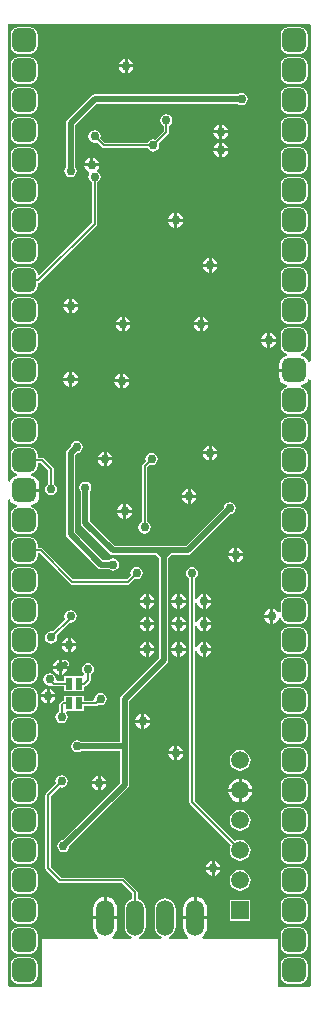
<source format=gbl>
G04 Layer_Physical_Order=2*
G04 Layer_Color=11436288*
%FSLAX24Y24*%
%MOIN*%
G70*
G01*
G75*
%ADD23C,0.0070*%
%ADD24C,0.0200*%
%ADD26C,0.0080*%
%ADD28C,0.0591*%
%ADD29R,0.0591X0.0591*%
%ADD30O,0.0591X0.1200*%
G04:AMPARAMS|DCode=31|XSize=78.7mil|YSize=78.7mil|CornerRadius=19.7mil|HoleSize=0mil|Usage=FLASHONLY|Rotation=0.000|XOffset=0mil|YOffset=0mil|HoleType=Round|Shape=RoundedRectangle|*
%AMROUNDEDRECTD31*
21,1,0.0787,0.0394,0,0,0.0*
21,1,0.0394,0.0787,0,0,0.0*
1,1,0.0394,0.0197,-0.0197*
1,1,0.0394,-0.0197,-0.0197*
1,1,0.0394,-0.0197,0.0197*
1,1,0.0394,0.0197,0.0197*
%
%ADD31ROUNDEDRECTD31*%
%ADD32C,0.0300*%
%ADD33R,0.0200X0.0400*%
G36*
X30300Y48300D02*
X30300Y37103D01*
X30230Y37089D01*
X30206Y37147D01*
X30159Y37209D01*
X30097Y37256D01*
X30024Y37286D01*
X29996Y37290D01*
X29993Y37361D01*
X30043Y37371D01*
X30125Y37425D01*
X30179Y37507D01*
X30199Y37603D01*
Y37997D01*
X30179Y38093D01*
X30125Y38175D01*
X30043Y38229D01*
X29947Y38249D01*
X29553D01*
X29457Y38229D01*
X29375Y38175D01*
X29321Y38093D01*
X29301Y37997D01*
Y37603D01*
X29321Y37507D01*
X29375Y37425D01*
X29457Y37371D01*
X29507Y37361D01*
X29504Y37290D01*
X29476Y37286D01*
X29403Y37256D01*
X29341Y37209D01*
X29294Y37147D01*
X29264Y37074D01*
X29254Y36997D01*
Y36850D01*
X29750D01*
Y36750D01*
X29254D01*
Y36603D01*
X29264Y36526D01*
X29294Y36453D01*
X29341Y36391D01*
X29403Y36344D01*
X29476Y36314D01*
X29504Y36310D01*
X29507Y36239D01*
X29457Y36229D01*
X29375Y36175D01*
X29321Y36093D01*
X29301Y35997D01*
Y35603D01*
X29321Y35507D01*
X29375Y35425D01*
X29457Y35371D01*
X29553Y35351D01*
X29947D01*
X30043Y35371D01*
X30125Y35425D01*
X30179Y35507D01*
X30199Y35603D01*
Y35997D01*
X30179Y36093D01*
X30125Y36175D01*
X30043Y36229D01*
X29993Y36239D01*
X29996Y36310D01*
X30024Y36314D01*
X30097Y36344D01*
X30159Y36391D01*
X30206Y36453D01*
X30230Y36511D01*
X30300Y36497D01*
X30300Y16300D01*
X30250Y16250D01*
X29200Y16250D01*
X29200Y17850D01*
X26699D01*
X26675Y17920D01*
X26732Y17963D01*
X26795Y18046D01*
X26835Y18142D01*
X26849Y18245D01*
Y18500D01*
X26051D01*
Y18245D01*
X26065Y18142D01*
X26105Y18046D01*
X26168Y17963D01*
X26225Y17920D01*
X26201Y17850D01*
X25581D01*
X25567Y17920D01*
X25624Y17944D01*
X25696Y17999D01*
X25752Y18071D01*
X25786Y18155D01*
X25798Y18245D01*
Y18855D01*
X25786Y18945D01*
X25752Y19029D01*
X25696Y19101D01*
X25624Y19156D01*
X25540Y19191D01*
X25450Y19203D01*
X25360Y19191D01*
X25276Y19156D01*
X25204Y19101D01*
X25148Y19029D01*
X25114Y18945D01*
X25102Y18855D01*
Y18245D01*
X25114Y18155D01*
X25148Y18071D01*
X25204Y17999D01*
X25276Y17944D01*
X25333Y17920D01*
X25319Y17850D01*
X24581D01*
X24567Y17920D01*
X24624Y17944D01*
X24696Y17999D01*
X24752Y18071D01*
X24786Y18155D01*
X24798Y18245D01*
Y18855D01*
X24786Y18945D01*
X24752Y19029D01*
X24696Y19101D01*
X24624Y19156D01*
X24540Y19191D01*
X24537Y19192D01*
Y19400D01*
X24531Y19428D01*
X24530Y19433D01*
X24511Y19461D01*
X24111Y19861D01*
X24083Y19880D01*
X24050Y19887D01*
X21986D01*
X21637Y20236D01*
Y22614D01*
X21932Y22910D01*
X22000Y22896D01*
X22078Y22912D01*
X22144Y22956D01*
X22188Y23022D01*
X22204Y23100D01*
X22188Y23178D01*
X22144Y23244D01*
X22078Y23288D01*
X22000Y23304D01*
X21922Y23288D01*
X21856Y23244D01*
X21812Y23178D01*
X21796Y23100D01*
X21810Y23032D01*
X21489Y22711D01*
X21470Y22683D01*
X21463Y22650D01*
Y20200D01*
X21470Y20167D01*
X21489Y20139D01*
X21889Y19739D01*
X21917Y19720D01*
X21922Y19719D01*
X21950Y19713D01*
X24014D01*
X24363Y19364D01*
Y19192D01*
X24360Y19191D01*
X24276Y19156D01*
X24204Y19101D01*
X24148Y19029D01*
X24114Y18945D01*
X24102Y18855D01*
Y18245D01*
X24114Y18155D01*
X24148Y18071D01*
X24204Y17999D01*
X24276Y17944D01*
X24333Y17920D01*
X24319Y17850D01*
X23699D01*
X23675Y17920D01*
X23732Y17963D01*
X23795Y18046D01*
X23835Y18142D01*
X23849Y18245D01*
Y18500D01*
X23051D01*
Y18245D01*
X23065Y18142D01*
X23105Y18046D01*
X23168Y17963D01*
X23225Y17920D01*
X23201Y17850D01*
X21350D01*
X21350Y16250D01*
X20250Y16250D01*
X20200Y16300D01*
X20200Y32497D01*
X20270Y32511D01*
X20294Y32453D01*
X20341Y32391D01*
X20403Y32344D01*
X20476Y32314D01*
X20504Y32310D01*
X20507Y32239D01*
X20457Y32229D01*
X20375Y32175D01*
X20321Y32093D01*
X20301Y31997D01*
Y31603D01*
X20321Y31507D01*
X20375Y31425D01*
X20457Y31371D01*
X20553Y31351D01*
X20947D01*
X21043Y31371D01*
X21125Y31425D01*
X21179Y31507D01*
X21199Y31603D01*
Y31997D01*
X21179Y32093D01*
X21125Y32175D01*
X21043Y32229D01*
X20993Y32239D01*
X20996Y32310D01*
X21024Y32314D01*
X21097Y32344D01*
X21159Y32391D01*
X21206Y32453D01*
X21236Y32526D01*
X21246Y32603D01*
Y32750D01*
X20750D01*
Y32850D01*
X21246D01*
Y32997D01*
X21236Y33074D01*
X21206Y33147D01*
X21159Y33209D01*
X21097Y33256D01*
X21024Y33286D01*
X20996Y33290D01*
X20993Y33361D01*
X21043Y33371D01*
X21125Y33425D01*
X21179Y33507D01*
X21199Y33603D01*
Y33708D01*
X21312D01*
X21558Y33462D01*
Y33029D01*
X21506Y32994D01*
X21462Y32928D01*
X21446Y32850D01*
X21462Y32772D01*
X21506Y32706D01*
X21572Y32662D01*
X21650Y32646D01*
X21728Y32662D01*
X21794Y32706D01*
X21838Y32772D01*
X21854Y32850D01*
X21838Y32928D01*
X21794Y32994D01*
X21742Y33029D01*
Y33500D01*
X21735Y33535D01*
X21715Y33565D01*
X21415Y33865D01*
X21385Y33885D01*
X21350Y33892D01*
X21199D01*
Y33997D01*
X21179Y34093D01*
X21125Y34175D01*
X21043Y34229D01*
X20947Y34249D01*
X20553D01*
X20457Y34229D01*
X20375Y34175D01*
X20321Y34093D01*
X20301Y33997D01*
Y33603D01*
X20321Y33507D01*
X20375Y33425D01*
X20457Y33371D01*
X20507Y33361D01*
X20504Y33290D01*
X20476Y33286D01*
X20403Y33256D01*
X20341Y33209D01*
X20294Y33147D01*
X20270Y33089D01*
X20200Y33103D01*
Y48350D01*
X30250Y48350D01*
X30300Y48300D01*
D02*
G37*
%LPC*%
G36*
X29947Y28249D02*
X29553D01*
X29457Y28229D01*
X29375Y28175D01*
X29321Y28093D01*
X29301Y27997D01*
Y27603D01*
X29321Y27507D01*
X29375Y27425D01*
X29457Y27371D01*
X29553Y27351D01*
X29947D01*
X30043Y27371D01*
X30125Y27425D01*
X30179Y27507D01*
X30199Y27603D01*
Y27997D01*
X30179Y28093D01*
X30125Y28175D01*
X30043Y28229D01*
X29947Y28249D01*
D02*
G37*
G36*
X22200Y27600D02*
X22005D01*
X22015Y27552D01*
X22070Y27470D01*
X22152Y27415D01*
X22200Y27405D01*
Y27600D01*
D02*
G37*
G36*
X26145Y27450D02*
X25950D01*
Y27255D01*
X25998Y27264D01*
X26080Y27320D01*
X26135Y27402D01*
X26145Y27450D01*
D02*
G37*
G36*
X26995D02*
X26800D01*
Y27255D01*
X26848Y27264D01*
X26930Y27320D01*
X26985Y27402D01*
X26995Y27450D01*
D02*
G37*
G36*
X20947Y28249D02*
X20553D01*
X20457Y28229D01*
X20375Y28175D01*
X20321Y28093D01*
X20301Y27997D01*
Y27603D01*
X20321Y27507D01*
X20375Y27425D01*
X20457Y27371D01*
X20553Y27351D01*
X20947D01*
X21043Y27371D01*
X21125Y27425D01*
X21179Y27507D01*
X21199Y27603D01*
Y27997D01*
X21179Y28093D01*
X21125Y28175D01*
X21043Y28229D01*
X20947Y28249D01*
D02*
G37*
G36*
X22495Y27600D02*
X22300D01*
Y27405D01*
X22348Y27415D01*
X22430Y27470D01*
X22485Y27552D01*
X22495Y27600D01*
D02*
G37*
G36*
X25950Y27745D02*
Y27550D01*
X26145D01*
X26135Y27598D01*
X26080Y27680D01*
X25998Y27736D01*
X25950Y27745D01*
D02*
G37*
G36*
X26800D02*
Y27550D01*
X26995D01*
X26985Y27598D01*
X26930Y27680D01*
X26848Y27736D01*
X26800Y27745D01*
D02*
G37*
G36*
X22200Y27895D02*
X22152Y27885D01*
X22070Y27830D01*
X22015Y27748D01*
X22005Y27700D01*
X22200D01*
Y27895D01*
D02*
G37*
G36*
X24800Y27745D02*
X24752Y27736D01*
X24670Y27680D01*
X24615Y27598D01*
X24605Y27550D01*
X24800D01*
Y27745D01*
D02*
G37*
G36*
X24900D02*
Y27550D01*
X25095D01*
X25085Y27598D01*
X25030Y27680D01*
X24948Y27736D01*
X24900Y27745D01*
D02*
G37*
G36*
X25850D02*
X25802Y27736D01*
X25720Y27680D01*
X25665Y27598D01*
X25655Y27550D01*
X25850D01*
Y27745D01*
D02*
G37*
G36*
X29947Y27249D02*
X29553D01*
X29457Y27229D01*
X29375Y27175D01*
X29321Y27093D01*
X29301Y26997D01*
Y26603D01*
X29321Y26507D01*
X29375Y26425D01*
X29457Y26371D01*
X29553Y26351D01*
X29947D01*
X30043Y26371D01*
X30125Y26425D01*
X30179Y26507D01*
X30199Y26603D01*
Y26997D01*
X30179Y27093D01*
X30125Y27175D01*
X30043Y27229D01*
X29947Y27249D01*
D02*
G37*
G36*
X22880Y27054D02*
X22802Y27038D01*
X22736Y26994D01*
X22692Y26928D01*
X22676Y26850D01*
X22692Y26772D01*
X22736Y26706D01*
X22744Y26701D01*
X22744Y26678D01*
X22677Y26610D01*
X22460D01*
X22440Y26610D01*
X22415D01*
X22390D01*
X22370Y26610D01*
X22090D01*
Y26452D01*
X21844D01*
X21804Y26500D01*
X21788Y26578D01*
X21744Y26644D01*
X21678Y26688D01*
X21600Y26704D01*
X21522Y26688D01*
X21456Y26644D01*
X21412Y26578D01*
X21396Y26500D01*
X21412Y26422D01*
X21456Y26356D01*
X21522Y26312D01*
X21600Y26296D01*
X21662Y26308D01*
X21675Y26295D01*
X21705Y26275D01*
X21740Y26268D01*
X22090D01*
Y26110D01*
X22370D01*
X22390Y26110D01*
X22415D01*
X22440D01*
X22460Y26110D01*
X22740D01*
Y26263D01*
X22750D01*
X22783Y26270D01*
X22811Y26289D01*
X22941Y26419D01*
X22960Y26447D01*
X22967Y26480D01*
Y26667D01*
X23024Y26706D01*
X23068Y26772D01*
X23084Y26850D01*
X23068Y26928D01*
X23024Y26994D01*
X22958Y27038D01*
X22880Y27054D01*
D02*
G37*
G36*
X21900Y26850D02*
X21705D01*
X21714Y26802D01*
X21770Y26720D01*
X21852Y26665D01*
X21900Y26655D01*
Y26850D01*
D02*
G37*
G36*
X21500Y26195D02*
X21452Y26186D01*
X21370Y26130D01*
X21314Y26048D01*
X21305Y26000D01*
X21500D01*
Y26195D01*
D02*
G37*
G36*
X21600D02*
Y26000D01*
X21795D01*
X21786Y26048D01*
X21730Y26130D01*
X21648Y26186D01*
X21600Y26195D01*
D02*
G37*
G36*
X20947Y27249D02*
X20553D01*
X20457Y27229D01*
X20375Y27175D01*
X20321Y27093D01*
X20301Y26997D01*
Y26603D01*
X20321Y26507D01*
X20375Y26425D01*
X20457Y26371D01*
X20553Y26351D01*
X20947D01*
X21043Y26371D01*
X21125Y26425D01*
X21179Y26507D01*
X21199Y26603D01*
Y26997D01*
X21179Y27093D01*
X21125Y27175D01*
X21043Y27229D01*
X20947Y27249D01*
D02*
G37*
G36*
X24800Y27450D02*
X24605D01*
X24615Y27402D01*
X24670Y27320D01*
X24752Y27264D01*
X24800Y27255D01*
Y27450D01*
D02*
G37*
G36*
X25095D02*
X24900D01*
Y27255D01*
X24948Y27264D01*
X25030Y27320D01*
X25085Y27402D01*
X25095Y27450D01*
D02*
G37*
G36*
X25850D02*
X25655D01*
X25665Y27402D01*
X25720Y27320D01*
X25802Y27264D01*
X25850Y27255D01*
Y27450D01*
D02*
G37*
G36*
X22195Y26850D02*
X22000D01*
Y26655D01*
X22048Y26665D01*
X22130Y26720D01*
X22185Y26802D01*
X22195Y26850D01*
D02*
G37*
G36*
X21900Y27145D02*
X21852Y27136D01*
X21770Y27080D01*
X21714Y26998D01*
X21705Y26950D01*
X21900D01*
Y27145D01*
D02*
G37*
G36*
X22100Y27153D02*
X22041Y27141D01*
X22036Y27138D01*
X22000Y27145D01*
Y26950D01*
X22243D01*
X22253Y27000D01*
X22241Y27059D01*
X22208Y27108D01*
X22159Y27141D01*
X22100Y27153D01*
D02*
G37*
G36*
X22300Y27895D02*
Y27700D01*
X22495D01*
X22485Y27748D01*
X22430Y27830D01*
X22348Y27885D01*
X22300Y27895D01*
D02*
G37*
G36*
X25095Y29050D02*
X24900D01*
Y28855D01*
X24948Y28865D01*
X25030Y28920D01*
X25085Y29002D01*
X25095Y29050D01*
D02*
G37*
G36*
X25850D02*
X25655D01*
X25665Y29002D01*
X25720Y28920D01*
X25802Y28865D01*
X25850Y28855D01*
Y29050D01*
D02*
G37*
G36*
X26145D02*
X25950D01*
Y28855D01*
X25998Y28865D01*
X26080Y28920D01*
X26135Y29002D01*
X26145Y29050D01*
D02*
G37*
G36*
X28950Y28845D02*
X28902Y28835D01*
X28820Y28780D01*
X28765Y28698D01*
X28755Y28650D01*
X28950D01*
Y28845D01*
D02*
G37*
G36*
X29947Y29249D02*
X29553D01*
X29457Y29229D01*
X29375Y29175D01*
X29321Y29093D01*
X29301Y28997D01*
Y28749D01*
X29290Y28741D01*
X29195Y28758D01*
X29180Y28780D01*
X29098Y28835D01*
X29050Y28845D01*
Y28600D01*
Y28355D01*
X29098Y28365D01*
X29180Y28420D01*
X29235Y28502D01*
X29243Y28539D01*
X29314D01*
X29321Y28507D01*
X29375Y28425D01*
X29457Y28371D01*
X29553Y28351D01*
X29947D01*
X30043Y28371D01*
X30125Y28425D01*
X30179Y28507D01*
X30199Y28603D01*
Y28997D01*
X30179Y29093D01*
X30125Y29175D01*
X30043Y29229D01*
X29947Y29249D01*
D02*
G37*
G36*
X24800Y29050D02*
X24605D01*
X24615Y29002D01*
X24670Y28920D01*
X24752Y28865D01*
X24800Y28855D01*
Y29050D01*
D02*
G37*
G36*
X24900Y29345D02*
Y29150D01*
X25095D01*
X25085Y29198D01*
X25030Y29280D01*
X24948Y29335D01*
X24900Y29345D01*
D02*
G37*
G36*
X25850D02*
X25802Y29335D01*
X25720Y29280D01*
X25665Y29198D01*
X25655Y29150D01*
X25850D01*
Y29345D01*
D02*
G37*
G36*
X25950D02*
Y29150D01*
X26145D01*
X26135Y29198D01*
X26080Y29280D01*
X25998Y29335D01*
X25950Y29345D01*
D02*
G37*
G36*
X26350Y30254D02*
X26272Y30238D01*
X26206Y30194D01*
X26162Y30128D01*
X26146Y30050D01*
X26162Y29972D01*
X26206Y29906D01*
X26263Y29867D01*
Y22400D01*
X26270Y22367D01*
X26289Y22339D01*
X27651Y20977D01*
X27648Y20974D01*
X27614Y20890D01*
X27602Y20800D01*
X27614Y20710D01*
X27648Y20626D01*
X27704Y20554D01*
X27776Y20498D01*
X27860Y20464D01*
X27950Y20452D01*
X28040Y20464D01*
X28124Y20498D01*
X28196Y20554D01*
X28252Y20626D01*
X28286Y20710D01*
X28298Y20800D01*
X28286Y20890D01*
X28252Y20974D01*
X28196Y21046D01*
X28124Y21102D01*
X28040Y21136D01*
X27950Y21148D01*
X27860Y21136D01*
X27776Y21102D01*
X27773Y21099D01*
X26437Y22436D01*
Y27435D01*
X26507Y27442D01*
X26514Y27402D01*
X26570Y27320D01*
X26652Y27264D01*
X26700Y27255D01*
Y27500D01*
Y27745D01*
X26652Y27736D01*
X26570Y27680D01*
X26514Y27598D01*
X26507Y27558D01*
X26437Y27565D01*
Y28285D01*
X26507Y28292D01*
X26514Y28252D01*
X26570Y28170D01*
X26652Y28115D01*
X26700Y28105D01*
Y28350D01*
Y28595D01*
X26652Y28586D01*
X26570Y28530D01*
X26514Y28448D01*
X26507Y28408D01*
X26437Y28415D01*
Y29035D01*
X26507Y29042D01*
X26514Y29002D01*
X26570Y28920D01*
X26652Y28865D01*
X26700Y28855D01*
Y29100D01*
Y29345D01*
X26652Y29335D01*
X26570Y29280D01*
X26514Y29198D01*
X26507Y29158D01*
X26437Y29165D01*
Y29867D01*
X26494Y29906D01*
X26538Y29972D01*
X26554Y30050D01*
X26538Y30128D01*
X26494Y30194D01*
X26428Y30238D01*
X26350Y30254D01*
D02*
G37*
G36*
X26995Y29050D02*
X26800D01*
Y28855D01*
X26848Y28865D01*
X26930Y28920D01*
X26985Y29002D01*
X26995Y29050D01*
D02*
G37*
G36*
X24800Y29345D02*
X24752Y29335D01*
X24670Y29280D01*
X24615Y29198D01*
X24605Y29150D01*
X24800D01*
Y29345D01*
D02*
G37*
G36*
X26800Y28595D02*
Y28400D01*
X26995D01*
X26985Y28448D01*
X26930Y28530D01*
X26848Y28586D01*
X26800Y28595D01*
D02*
G37*
G36*
X26145Y28300D02*
X25950D01*
Y28105D01*
X25998Y28115D01*
X26080Y28170D01*
X26135Y28252D01*
X26145Y28300D01*
D02*
G37*
G36*
X26995D02*
X26800D01*
Y28105D01*
X26848Y28115D01*
X26930Y28170D01*
X26985Y28252D01*
X26995Y28300D01*
D02*
G37*
G36*
X20947Y29249D02*
X20553D01*
X20457Y29229D01*
X20375Y29175D01*
X20321Y29093D01*
X20301Y28997D01*
Y28603D01*
X20321Y28507D01*
X20375Y28425D01*
X20457Y28371D01*
X20553Y28351D01*
X20947D01*
X21043Y28371D01*
X21125Y28425D01*
X21179Y28507D01*
X21199Y28603D01*
Y28997D01*
X21179Y29093D01*
X21125Y29175D01*
X21043Y29229D01*
X20947Y29249D01*
D02*
G37*
G36*
X24800Y28300D02*
X24605D01*
X24615Y28252D01*
X24670Y28170D01*
X24752Y28115D01*
X24800Y28105D01*
Y28300D01*
D02*
G37*
G36*
X25095D02*
X24900D01*
Y28105D01*
X24948Y28115D01*
X25030Y28170D01*
X25085Y28252D01*
X25095Y28300D01*
D02*
G37*
G36*
X25850D02*
X25655D01*
X25665Y28252D01*
X25720Y28170D01*
X25802Y28115D01*
X25850Y28105D01*
Y28300D01*
D02*
G37*
G36*
X24900Y28595D02*
Y28400D01*
X25095D01*
X25085Y28448D01*
X25030Y28530D01*
X24948Y28586D01*
X24900Y28595D01*
D02*
G37*
G36*
X25850D02*
X25802Y28586D01*
X25720Y28530D01*
X25665Y28448D01*
X25655Y28400D01*
X25850D01*
Y28595D01*
D02*
G37*
G36*
X25950D02*
Y28400D01*
X26145D01*
X26135Y28448D01*
X26080Y28530D01*
X25998Y28586D01*
X25950Y28595D01*
D02*
G37*
G36*
X28950Y28550D02*
X28755D01*
X28765Y28502D01*
X28820Y28420D01*
X28902Y28365D01*
X28950Y28355D01*
Y28550D01*
D02*
G37*
G36*
X22300Y28804D02*
X22222Y28788D01*
X22156Y28744D01*
X22112Y28678D01*
X22096Y28600D01*
X22112Y28522D01*
X22127Y28499D01*
X21718Y28090D01*
X21650Y28104D01*
X21572Y28088D01*
X21506Y28044D01*
X21462Y27978D01*
X21446Y27900D01*
X21462Y27822D01*
X21506Y27756D01*
X21572Y27712D01*
X21650Y27696D01*
X21728Y27712D01*
X21794Y27756D01*
X21838Y27822D01*
X21854Y27900D01*
X21840Y27968D01*
X22274Y28401D01*
X22300Y28396D01*
X22378Y28412D01*
X22444Y28456D01*
X22488Y28522D01*
X22504Y28600D01*
X22488Y28678D01*
X22444Y28744D01*
X22378Y28788D01*
X22300Y28804D01*
D02*
G37*
G36*
X24800Y28595D02*
X24752Y28586D01*
X24670Y28530D01*
X24615Y28448D01*
X24605Y28400D01*
X24800D01*
Y28595D01*
D02*
G37*
G36*
X23300Y26054D02*
X23222Y26038D01*
X23156Y25994D01*
X23112Y25928D01*
X23096Y25850D01*
X23052Y25797D01*
X22740D01*
Y25960D01*
X22460D01*
X22440Y25960D01*
X22415D01*
X22390D01*
X22370Y25960D01*
X22090D01*
Y25797D01*
X22060D01*
X22027Y25790D01*
X21999Y25771D01*
X21939Y25711D01*
X21920Y25683D01*
X21913Y25650D01*
Y25433D01*
X21856Y25394D01*
X21812Y25328D01*
X21796Y25250D01*
X21812Y25172D01*
X21856Y25106D01*
X21922Y25062D01*
X22000Y25046D01*
X22078Y25062D01*
X22144Y25106D01*
X22188Y25172D01*
X22204Y25250D01*
X22188Y25328D01*
X22147Y25390D01*
X22152Y25413D01*
X22172Y25460D01*
X22370D01*
X22390Y25460D01*
X22415D01*
X22440D01*
X22460Y25460D01*
X22740D01*
Y25623D01*
X23150D01*
X23183Y25630D01*
X23211Y25649D01*
X23224Y25661D01*
X23300Y25646D01*
X23378Y25662D01*
X23444Y25706D01*
X23488Y25772D01*
X23504Y25850D01*
X23488Y25928D01*
X23444Y25994D01*
X23378Y26038D01*
X23300Y26054D01*
D02*
G37*
G36*
X27000Y20445D02*
X26952Y20436D01*
X26870Y20380D01*
X26814Y20298D01*
X26805Y20250D01*
X27000D01*
Y20445D01*
D02*
G37*
G36*
X27100D02*
Y20250D01*
X27295D01*
X27285Y20298D01*
X27230Y20380D01*
X27148Y20436D01*
X27100Y20445D01*
D02*
G37*
G36*
X20947Y21249D02*
X20553D01*
X20457Y21229D01*
X20375Y21175D01*
X20321Y21093D01*
X20301Y20997D01*
Y20603D01*
X20321Y20507D01*
X20375Y20425D01*
X20457Y20371D01*
X20553Y20351D01*
X20947D01*
X21043Y20371D01*
X21125Y20425D01*
X21179Y20507D01*
X21199Y20603D01*
Y20997D01*
X21179Y21093D01*
X21125Y21175D01*
X21043Y21229D01*
X20947Y21249D01*
D02*
G37*
G36*
X27950Y20148D02*
X27860Y20136D01*
X27776Y20102D01*
X27704Y20046D01*
X27648Y19974D01*
X27614Y19890D01*
X27602Y19800D01*
X27614Y19710D01*
X27648Y19626D01*
X27704Y19554D01*
X27776Y19498D01*
X27860Y19464D01*
X27950Y19452D01*
X28040Y19464D01*
X28124Y19498D01*
X28196Y19554D01*
X28252Y19626D01*
X28286Y19710D01*
X28298Y19800D01*
X28286Y19890D01*
X28252Y19974D01*
X28196Y20046D01*
X28124Y20102D01*
X28040Y20136D01*
X27950Y20148D01*
D02*
G37*
G36*
X27000Y20150D02*
X26805D01*
X26814Y20102D01*
X26870Y20020D01*
X26952Y19964D01*
X27000Y19955D01*
Y20150D01*
D02*
G37*
G36*
X27295D02*
X27100D01*
Y19955D01*
X27148Y19964D01*
X27230Y20020D01*
X27285Y20102D01*
X27295Y20150D01*
D02*
G37*
G36*
X27950Y22148D02*
X27860Y22136D01*
X27776Y22102D01*
X27704Y22046D01*
X27648Y21974D01*
X27614Y21890D01*
X27602Y21800D01*
X27614Y21710D01*
X27648Y21626D01*
X27704Y21554D01*
X27776Y21498D01*
X27860Y21464D01*
X27950Y21452D01*
X28040Y21464D01*
X28124Y21498D01*
X28196Y21554D01*
X28252Y21626D01*
X28286Y21710D01*
X28298Y21800D01*
X28286Y21890D01*
X28252Y21974D01*
X28196Y22046D01*
X28124Y22102D01*
X28040Y22136D01*
X27950Y22148D01*
D02*
G37*
G36*
X20947Y23249D02*
X20553D01*
X20457Y23229D01*
X20375Y23175D01*
X20321Y23093D01*
X20301Y22997D01*
Y22603D01*
X20321Y22507D01*
X20375Y22425D01*
X20457Y22371D01*
X20553Y22351D01*
X20947D01*
X21043Y22371D01*
X21125Y22425D01*
X21179Y22507D01*
X21199Y22603D01*
Y22997D01*
X21179Y23093D01*
X21125Y23175D01*
X21043Y23229D01*
X20947Y23249D01*
D02*
G37*
G36*
X29947D02*
X29553D01*
X29457Y23229D01*
X29375Y23175D01*
X29321Y23093D01*
X29301Y22997D01*
Y22603D01*
X29321Y22507D01*
X29375Y22425D01*
X29457Y22371D01*
X29553Y22351D01*
X29947D01*
X30043Y22371D01*
X30125Y22425D01*
X30179Y22507D01*
X30199Y22603D01*
Y22997D01*
X30179Y23093D01*
X30125Y23175D01*
X30043Y23229D01*
X29947Y23249D01*
D02*
G37*
G36*
Y21249D02*
X29553D01*
X29457Y21229D01*
X29375Y21175D01*
X29321Y21093D01*
X29301Y20997D01*
Y20603D01*
X29321Y20507D01*
X29375Y20425D01*
X29457Y20371D01*
X29553Y20351D01*
X29947D01*
X30043Y20371D01*
X30125Y20425D01*
X30179Y20507D01*
X30199Y20603D01*
Y20997D01*
X30179Y21093D01*
X30125Y21175D01*
X30043Y21229D01*
X29947Y21249D01*
D02*
G37*
G36*
X20947Y22249D02*
X20553D01*
X20457Y22229D01*
X20375Y22175D01*
X20321Y22093D01*
X20301Y21997D01*
Y21603D01*
X20321Y21507D01*
X20375Y21425D01*
X20457Y21371D01*
X20553Y21351D01*
X20947D01*
X21043Y21371D01*
X21125Y21425D01*
X21179Y21507D01*
X21199Y21603D01*
Y21997D01*
X21179Y22093D01*
X21125Y22175D01*
X21043Y22229D01*
X20947Y22249D01*
D02*
G37*
G36*
X29947D02*
X29553D01*
X29457Y22229D01*
X29375Y22175D01*
X29321Y22093D01*
X29301Y21997D01*
Y21603D01*
X29321Y21507D01*
X29375Y21425D01*
X29457Y21371D01*
X29553Y21351D01*
X29947D01*
X30043Y21371D01*
X30125Y21425D01*
X30179Y21507D01*
X30199Y21603D01*
Y21997D01*
X30179Y22093D01*
X30125Y22175D01*
X30043Y22229D01*
X29947Y22249D01*
D02*
G37*
G36*
Y20249D02*
X29553D01*
X29457Y20229D01*
X29375Y20175D01*
X29321Y20093D01*
X29301Y19997D01*
Y19603D01*
X29321Y19507D01*
X29375Y19425D01*
X29457Y19371D01*
X29553Y19351D01*
X29947D01*
X30043Y19371D01*
X30125Y19425D01*
X30179Y19507D01*
X30199Y19603D01*
Y19997D01*
X30179Y20093D01*
X30125Y20175D01*
X30043Y20229D01*
X29947Y20249D01*
D02*
G37*
G36*
Y18249D02*
X29553D01*
X29457Y18229D01*
X29375Y18175D01*
X29321Y18093D01*
X29301Y17997D01*
Y17603D01*
X29321Y17507D01*
X29375Y17425D01*
X29457Y17371D01*
X29553Y17351D01*
X29947D01*
X30043Y17371D01*
X30125Y17425D01*
X30179Y17507D01*
X30199Y17603D01*
Y17997D01*
X30179Y18093D01*
X30125Y18175D01*
X30043Y18229D01*
X29947Y18249D01*
D02*
G37*
G36*
X20947Y19249D02*
X20553D01*
X20457Y19229D01*
X20375Y19175D01*
X20321Y19093D01*
X20301Y18997D01*
Y18603D01*
X20321Y18507D01*
X20375Y18425D01*
X20457Y18371D01*
X20553Y18351D01*
X20947D01*
X21043Y18371D01*
X21125Y18425D01*
X21179Y18507D01*
X21199Y18603D01*
Y18997D01*
X21179Y19093D01*
X21125Y19175D01*
X21043Y19229D01*
X20947Y19249D01*
D02*
G37*
G36*
X29947D02*
X29553D01*
X29457Y19229D01*
X29375Y19175D01*
X29321Y19093D01*
X29301Y18997D01*
Y18603D01*
X29321Y18507D01*
X29375Y18425D01*
X29457Y18371D01*
X29553Y18351D01*
X29947D01*
X30043Y18371D01*
X30125Y18425D01*
X30179Y18507D01*
X30199Y18603D01*
Y18997D01*
X30179Y19093D01*
X30125Y19175D01*
X30043Y19229D01*
X29947Y19249D01*
D02*
G37*
G36*
X20947Y17249D02*
X20553D01*
X20457Y17229D01*
X20375Y17175D01*
X20321Y17093D01*
X20301Y16997D01*
Y16603D01*
X20321Y16507D01*
X20375Y16425D01*
X20457Y16371D01*
X20553Y16351D01*
X20947D01*
X21043Y16371D01*
X21125Y16425D01*
X21179Y16507D01*
X21199Y16603D01*
Y16997D01*
X21179Y17093D01*
X21125Y17175D01*
X21043Y17229D01*
X20947Y17249D01*
D02*
G37*
G36*
X29947D02*
X29553D01*
X29457Y17229D01*
X29375Y17175D01*
X29321Y17093D01*
X29301Y16997D01*
Y16603D01*
X29321Y16507D01*
X29375Y16425D01*
X29457Y16371D01*
X29553Y16351D01*
X29947D01*
X30043Y16371D01*
X30125Y16425D01*
X30179Y16507D01*
X30199Y16603D01*
Y16997D01*
X30179Y17093D01*
X30125Y17175D01*
X30043Y17229D01*
X29947Y17249D01*
D02*
G37*
G36*
X20947Y18249D02*
X20553D01*
X20457Y18229D01*
X20375Y18175D01*
X20321Y18093D01*
X20301Y17997D01*
Y17603D01*
X20321Y17507D01*
X20375Y17425D01*
X20457Y17371D01*
X20553Y17351D01*
X20947D01*
X21043Y17371D01*
X21125Y17425D01*
X21179Y17507D01*
X21199Y17603D01*
Y17997D01*
X21179Y18093D01*
X21125Y18175D01*
X21043Y18229D01*
X20947Y18249D01*
D02*
G37*
G36*
X26400Y19247D02*
X26347Y19240D01*
X26251Y19200D01*
X26168Y19137D01*
X26105Y19054D01*
X26065Y18958D01*
X26051Y18855D01*
Y18600D01*
X26400D01*
Y19247D01*
D02*
G37*
G36*
X26500D02*
Y18600D01*
X26849D01*
Y18855D01*
X26835Y18958D01*
X26795Y19054D01*
X26732Y19137D01*
X26649Y19200D01*
X26553Y19240D01*
X26500Y19247D01*
D02*
G37*
G36*
X20947Y20249D02*
X20553D01*
X20457Y20229D01*
X20375Y20175D01*
X20321Y20093D01*
X20301Y19997D01*
Y19603D01*
X20321Y19507D01*
X20375Y19425D01*
X20457Y19371D01*
X20553Y19351D01*
X20947D01*
X21043Y19371D01*
X21125Y19425D01*
X21179Y19507D01*
X21199Y19603D01*
Y19997D01*
X21179Y20093D01*
X21125Y20175D01*
X21043Y20229D01*
X20947Y20249D01*
D02*
G37*
G36*
X28295Y19145D02*
X27605D01*
Y18455D01*
X28295D01*
Y19145D01*
D02*
G37*
G36*
X23400Y19247D02*
X23347Y19240D01*
X23251Y19200D01*
X23168Y19137D01*
X23105Y19054D01*
X23065Y18958D01*
X23051Y18855D01*
Y18600D01*
X23400D01*
Y19247D01*
D02*
G37*
G36*
X23500D02*
Y18600D01*
X23849D01*
Y18855D01*
X23835Y18958D01*
X23795Y19054D01*
X23732Y19137D01*
X23649Y19200D01*
X23553Y19240D01*
X23500Y19247D01*
D02*
G37*
G36*
X27900Y22750D02*
X27558D01*
X27565Y22697D01*
X27605Y22601D01*
X27668Y22518D01*
X27751Y22455D01*
X27847Y22415D01*
X27900Y22408D01*
Y22750D01*
D02*
G37*
G36*
X22790Y33094D02*
X22712Y33078D01*
X22646Y33034D01*
X22602Y32968D01*
X22586Y32890D01*
X22602Y32812D01*
X22637Y32759D01*
Y31710D01*
X22649Y31651D01*
X22682Y31602D01*
X23592Y30692D01*
X23641Y30659D01*
X23700Y30647D01*
X25137D01*
X25247Y30537D01*
Y27213D01*
X23992Y25958D01*
X23959Y25909D01*
X23947Y25850D01*
Y24423D01*
X22661D01*
X22608Y24458D01*
X22530Y24474D01*
X22452Y24458D01*
X22386Y24414D01*
X22342Y24348D01*
X22326Y24270D01*
X22342Y24192D01*
X22386Y24125D01*
X22452Y24081D01*
X22530Y24066D01*
X22608Y24081D01*
X22661Y24117D01*
X23947D01*
Y23057D01*
X22041Y21151D01*
X21978Y21138D01*
X21912Y21094D01*
X21868Y21028D01*
X21852Y20950D01*
X21868Y20872D01*
X21912Y20806D01*
X21978Y20762D01*
X22056Y20746D01*
X22134Y20762D01*
X22200Y20806D01*
X22245Y20872D01*
X22257Y20935D01*
X24208Y22886D01*
X24241Y22935D01*
X24253Y22994D01*
Y24250D01*
Y25787D01*
X25508Y27042D01*
X25541Y27091D01*
X25553Y27150D01*
Y30537D01*
X25663Y30647D01*
X26200D01*
X26259Y30659D01*
X26308Y30692D01*
X27615Y31999D01*
X27678Y32012D01*
X27744Y32056D01*
X27788Y32122D01*
X27804Y32200D01*
X27788Y32278D01*
X27744Y32344D01*
X27678Y32388D01*
X27600Y32404D01*
X27522Y32388D01*
X27456Y32344D01*
X27412Y32278D01*
X27399Y32215D01*
X26137Y30953D01*
X23763D01*
X22943Y31773D01*
Y32759D01*
X22978Y32812D01*
X22994Y32890D01*
X22978Y32968D01*
X22934Y33034D01*
X22868Y33078D01*
X22790Y33094D01*
D02*
G37*
G36*
X24650Y25050D02*
X24455D01*
X24464Y25002D01*
X24520Y24920D01*
X24602Y24864D01*
X24650Y24855D01*
Y25050D01*
D02*
G37*
G36*
X24945D02*
X24750D01*
Y24855D01*
X24798Y24864D01*
X24880Y24920D01*
X24936Y25002D01*
X24945Y25050D01*
D02*
G37*
G36*
X25850Y24295D02*
Y24100D01*
X26045D01*
X26035Y24148D01*
X25980Y24230D01*
X25898Y24286D01*
X25850Y24295D01*
D02*
G37*
G36*
X20947Y25249D02*
X20553D01*
X20457Y25229D01*
X20375Y25175D01*
X20321Y25093D01*
X20301Y24997D01*
Y24603D01*
X20321Y24507D01*
X20375Y24425D01*
X20457Y24371D01*
X20553Y24351D01*
X20947D01*
X21043Y24371D01*
X21125Y24425D01*
X21179Y24507D01*
X21199Y24603D01*
Y24997D01*
X21179Y25093D01*
X21125Y25175D01*
X21043Y25229D01*
X20947Y25249D01*
D02*
G37*
G36*
X29947D02*
X29553D01*
X29457Y25229D01*
X29375Y25175D01*
X29321Y25093D01*
X29301Y24997D01*
Y24603D01*
X29321Y24507D01*
X29375Y24425D01*
X29457Y24371D01*
X29553Y24351D01*
X29947D01*
X30043Y24371D01*
X30125Y24425D01*
X30179Y24507D01*
X30199Y24603D01*
Y24997D01*
X30179Y25093D01*
X30125Y25175D01*
X30043Y25229D01*
X29947Y25249D01*
D02*
G37*
G36*
Y26249D02*
X29553D01*
X29457Y26229D01*
X29375Y26175D01*
X29321Y26093D01*
X29301Y25997D01*
Y25603D01*
X29321Y25507D01*
X29375Y25425D01*
X29457Y25371D01*
X29553Y25351D01*
X29947D01*
X30043Y25371D01*
X30125Y25425D01*
X30179Y25507D01*
X30199Y25603D01*
Y25997D01*
X30179Y26093D01*
X30125Y26175D01*
X30043Y26229D01*
X29947Y26249D01*
D02*
G37*
G36*
X21500Y25900D02*
X21305D01*
X21314Y25852D01*
X21370Y25770D01*
X21452Y25714D01*
X21500Y25705D01*
Y25900D01*
D02*
G37*
G36*
X21795D02*
X21600D01*
Y25705D01*
X21648Y25714D01*
X21730Y25770D01*
X21786Y25852D01*
X21795Y25900D01*
D02*
G37*
G36*
X24650Y25345D02*
X24602Y25336D01*
X24520Y25280D01*
X24464Y25198D01*
X24455Y25150D01*
X24650D01*
Y25345D01*
D02*
G37*
G36*
X24750D02*
Y25150D01*
X24945D01*
X24936Y25198D01*
X24880Y25280D01*
X24798Y25336D01*
X24750Y25345D01*
D02*
G37*
G36*
X20947Y26249D02*
X20553D01*
X20457Y26229D01*
X20375Y26175D01*
X20321Y26093D01*
X20301Y25997D01*
Y25603D01*
X20321Y25507D01*
X20375Y25425D01*
X20457Y25371D01*
X20553Y25351D01*
X20947D01*
X21043Y25371D01*
X21125Y25425D01*
X21179Y25507D01*
X21199Y25603D01*
Y25997D01*
X21179Y26093D01*
X21125Y26175D01*
X21043Y26229D01*
X20947Y26249D01*
D02*
G37*
G36*
X25750Y24295D02*
X25702Y24286D01*
X25620Y24230D01*
X25564Y24148D01*
X25555Y24100D01*
X25750D01*
Y24295D01*
D02*
G37*
G36*
X27900Y23192D02*
X27847Y23185D01*
X27751Y23145D01*
X27668Y23082D01*
X27605Y22999D01*
X27565Y22903D01*
X27558Y22850D01*
X27900D01*
Y23192D01*
D02*
G37*
G36*
X28000D02*
Y22850D01*
X28342D01*
X28335Y22903D01*
X28295Y22999D01*
X28232Y23082D01*
X28149Y23145D01*
X28053Y23185D01*
X28000Y23192D01*
D02*
G37*
G36*
X23200Y23295D02*
X23152Y23286D01*
X23070Y23230D01*
X23015Y23148D01*
X23005Y23100D01*
X23200D01*
Y23295D01*
D02*
G37*
G36*
X28342Y22750D02*
X28000D01*
Y22408D01*
X28053Y22415D01*
X28149Y22455D01*
X28232Y22518D01*
X28295Y22601D01*
X28335Y22697D01*
X28342Y22750D01*
D02*
G37*
G36*
X23200Y23000D02*
X23005D01*
X23015Y22952D01*
X23070Y22870D01*
X23152Y22815D01*
X23200Y22805D01*
Y23000D01*
D02*
G37*
G36*
X23495D02*
X23300D01*
Y22805D01*
X23348Y22815D01*
X23430Y22870D01*
X23486Y22952D01*
X23495Y23000D01*
D02*
G37*
G36*
X27950Y24148D02*
X27860Y24136D01*
X27776Y24102D01*
X27704Y24046D01*
X27648Y23974D01*
X27614Y23890D01*
X27602Y23800D01*
X27614Y23710D01*
X27648Y23626D01*
X27704Y23554D01*
X27776Y23498D01*
X27860Y23464D01*
X27950Y23452D01*
X28040Y23464D01*
X28124Y23498D01*
X28196Y23554D01*
X28252Y23626D01*
X28286Y23710D01*
X28298Y23800D01*
X28286Y23890D01*
X28252Y23974D01*
X28196Y24046D01*
X28124Y24102D01*
X28040Y24136D01*
X27950Y24148D01*
D02*
G37*
G36*
X25750Y24000D02*
X25555D01*
X25564Y23952D01*
X25620Y23870D01*
X25702Y23814D01*
X25750Y23805D01*
Y24000D01*
D02*
G37*
G36*
X26045D02*
X25850D01*
Y23805D01*
X25898Y23814D01*
X25980Y23870D01*
X26035Y23952D01*
X26045Y24000D01*
D02*
G37*
G36*
X23300Y23295D02*
Y23100D01*
X23495D01*
X23486Y23148D01*
X23430Y23230D01*
X23348Y23286D01*
X23300Y23295D01*
D02*
G37*
G36*
X20947Y24249D02*
X20553D01*
X20457Y24229D01*
X20375Y24175D01*
X20321Y24093D01*
X20301Y23997D01*
Y23603D01*
X20321Y23507D01*
X20375Y23425D01*
X20457Y23371D01*
X20553Y23351D01*
X20947D01*
X21043Y23371D01*
X21125Y23425D01*
X21179Y23507D01*
X21199Y23603D01*
Y23997D01*
X21179Y24093D01*
X21125Y24175D01*
X21043Y24229D01*
X20947Y24249D01*
D02*
G37*
G36*
X29947D02*
X29553D01*
X29457Y24229D01*
X29375Y24175D01*
X29321Y24093D01*
X29301Y23997D01*
Y23603D01*
X29321Y23507D01*
X29375Y23425D01*
X29457Y23371D01*
X29553Y23351D01*
X29947D01*
X30043Y23371D01*
X30125Y23425D01*
X30179Y23507D01*
X30199Y23603D01*
Y23997D01*
X30179Y24093D01*
X30125Y24175D01*
X30043Y24229D01*
X29947Y24249D01*
D02*
G37*
G36*
X26800Y29345D02*
Y29150D01*
X26995D01*
X26985Y29198D01*
X26930Y29280D01*
X26848Y29335D01*
X26800Y29345D01*
D02*
G37*
G36*
X29947Y41249D02*
X29553D01*
X29457Y41229D01*
X29375Y41175D01*
X29321Y41093D01*
X29301Y40997D01*
Y40603D01*
X29321Y40507D01*
X29375Y40425D01*
X29457Y40371D01*
X29553Y40351D01*
X29947D01*
X30043Y40371D01*
X30125Y40425D01*
X30179Y40507D01*
X30199Y40603D01*
Y40997D01*
X30179Y41093D01*
X30125Y41175D01*
X30043Y41229D01*
X29947Y41249D01*
D02*
G37*
G36*
X20947Y42249D02*
X20553D01*
X20457Y42229D01*
X20375Y42175D01*
X20321Y42093D01*
X20301Y41997D01*
Y41603D01*
X20321Y41507D01*
X20375Y41425D01*
X20457Y41371D01*
X20553Y41351D01*
X20947D01*
X21043Y41371D01*
X21125Y41425D01*
X21179Y41507D01*
X21199Y41603D01*
Y41997D01*
X21179Y42093D01*
X21125Y42175D01*
X21043Y42229D01*
X20947Y42249D01*
D02*
G37*
G36*
X29947D02*
X29553D01*
X29457Y42229D01*
X29375Y42175D01*
X29321Y42093D01*
X29301Y41997D01*
Y41603D01*
X29321Y41507D01*
X29375Y41425D01*
X29457Y41371D01*
X29553Y41351D01*
X29947D01*
X30043Y41371D01*
X30125Y41425D01*
X30179Y41507D01*
X30199Y41603D01*
Y41997D01*
X30179Y42093D01*
X30125Y42175D01*
X30043Y42229D01*
X29947Y42249D01*
D02*
G37*
G36*
X26900Y40545D02*
X26852Y40535D01*
X26770Y40480D01*
X26714Y40398D01*
X26705Y40350D01*
X26900D01*
Y40545D01*
D02*
G37*
G36*
X27000D02*
Y40350D01*
X27195D01*
X27185Y40398D01*
X27130Y40480D01*
X27048Y40535D01*
X27000Y40545D01*
D02*
G37*
G36*
X20947Y41249D02*
X20553D01*
X20457Y41229D01*
X20375Y41175D01*
X20321Y41093D01*
X20301Y40997D01*
Y40603D01*
X20321Y40507D01*
X20375Y40425D01*
X20457Y40371D01*
X20553Y40351D01*
X20947D01*
X21043Y40371D01*
X21125Y40425D01*
X21179Y40507D01*
X21199Y40603D01*
Y40997D01*
X21179Y41093D01*
X21125Y41175D01*
X21043Y41229D01*
X20947Y41249D01*
D02*
G37*
G36*
X25850Y42045D02*
Y41850D01*
X26045D01*
X26035Y41898D01*
X25980Y41980D01*
X25898Y42035D01*
X25850Y42045D01*
D02*
G37*
G36*
X20947Y43249D02*
X20553D01*
X20457Y43229D01*
X20375Y43175D01*
X20321Y43093D01*
X20301Y42997D01*
Y42603D01*
X20321Y42507D01*
X20375Y42425D01*
X20457Y42371D01*
X20553Y42351D01*
X20947D01*
X21043Y42371D01*
X21125Y42425D01*
X21179Y42507D01*
X21199Y42603D01*
Y42997D01*
X21179Y43093D01*
X21125Y43175D01*
X21043Y43229D01*
X20947Y43249D01*
D02*
G37*
G36*
X29947D02*
X29553D01*
X29457Y43229D01*
X29375Y43175D01*
X29321Y43093D01*
X29301Y42997D01*
Y42603D01*
X29321Y42507D01*
X29375Y42425D01*
X29457Y42371D01*
X29553Y42351D01*
X29947D01*
X30043Y42371D01*
X30125Y42425D01*
X30179Y42507D01*
X30199Y42603D01*
Y42997D01*
X30179Y43093D01*
X30125Y43175D01*
X30043Y43229D01*
X29947Y43249D01*
D02*
G37*
G36*
X25750Y41750D02*
X25555D01*
X25564Y41702D01*
X25620Y41620D01*
X25702Y41564D01*
X25750Y41555D01*
Y41750D01*
D02*
G37*
G36*
X26045D02*
X25850D01*
Y41555D01*
X25898Y41564D01*
X25980Y41620D01*
X26035Y41702D01*
X26045Y41750D01*
D02*
G37*
G36*
X25750Y42045D02*
X25702Y42035D01*
X25620Y41980D01*
X25564Y41898D01*
X25555Y41850D01*
X25750D01*
Y42045D01*
D02*
G37*
G36*
X27195Y40250D02*
X27000D01*
Y40055D01*
X27048Y40065D01*
X27130Y40120D01*
X27185Y40202D01*
X27195Y40250D01*
D02*
G37*
G36*
X26600Y38595D02*
X26552Y38586D01*
X26470Y38530D01*
X26414Y38448D01*
X26405Y38400D01*
X26600D01*
Y38595D01*
D02*
G37*
G36*
X26700D02*
Y38400D01*
X26895D01*
X26885Y38448D01*
X26830Y38530D01*
X26748Y38586D01*
X26700Y38595D01*
D02*
G37*
G36*
X22250Y38900D02*
X22055D01*
X22064Y38852D01*
X22120Y38770D01*
X22202Y38714D01*
X22250Y38705D01*
Y38900D01*
D02*
G37*
G36*
X29947Y39249D02*
X29553D01*
X29457Y39229D01*
X29375Y39175D01*
X29321Y39093D01*
X29301Y38997D01*
Y38603D01*
X29321Y38507D01*
X29375Y38425D01*
X29457Y38371D01*
X29553Y38351D01*
X29947D01*
X30043Y38371D01*
X30125Y38425D01*
X30179Y38507D01*
X30199Y38603D01*
Y38997D01*
X30179Y39093D01*
X30125Y39175D01*
X30043Y39229D01*
X29947Y39249D01*
D02*
G37*
G36*
X24000Y38595D02*
X23952Y38586D01*
X23870Y38530D01*
X23814Y38448D01*
X23805Y38400D01*
X24000D01*
Y38595D01*
D02*
G37*
G36*
X24100D02*
Y38400D01*
X24295D01*
X24286Y38448D01*
X24230Y38530D01*
X24148Y38586D01*
X24100Y38595D01*
D02*
G37*
G36*
X29947Y40249D02*
X29553D01*
X29457Y40229D01*
X29375Y40175D01*
X29321Y40093D01*
X29301Y39997D01*
Y39603D01*
X29321Y39507D01*
X29375Y39425D01*
X29457Y39371D01*
X29553Y39351D01*
X29947D01*
X30043Y39371D01*
X30125Y39425D01*
X30179Y39507D01*
X30199Y39603D01*
Y39997D01*
X30179Y40093D01*
X30125Y40175D01*
X30043Y40229D01*
X29947Y40249D01*
D02*
G37*
G36*
X23245Y43600D02*
X22755D01*
X22764Y43552D01*
X22820Y43470D01*
X22902Y43415D01*
X22919Y43340D01*
X22912Y43328D01*
X22896Y43250D01*
X22912Y43172D01*
X22956Y43106D01*
X23013Y43067D01*
Y41716D01*
X21263Y39966D01*
X21224Y39982D01*
X21198Y40000D01*
X21179Y40093D01*
X21125Y40175D01*
X21043Y40229D01*
X20947Y40249D01*
X20553D01*
X20457Y40229D01*
X20375Y40175D01*
X20321Y40093D01*
X20301Y39997D01*
Y39603D01*
X20321Y39507D01*
X20375Y39425D01*
X20457Y39371D01*
X20553Y39351D01*
X20947D01*
X21043Y39371D01*
X21125Y39425D01*
X21179Y39507D01*
X21199Y39603D01*
Y39713D01*
X21220D01*
X21253Y39720D01*
X21281Y39739D01*
X23161Y41619D01*
X23174Y41638D01*
X23180Y41647D01*
X23187Y41680D01*
Y43067D01*
X23244Y43106D01*
X23288Y43172D01*
X23304Y43250D01*
X23288Y43328D01*
X23244Y43394D01*
X23219Y43411D01*
X23186Y43461D01*
X23201Y43501D01*
X23235Y43552D01*
X23245Y43600D01*
D02*
G37*
G36*
X26900Y40250D02*
X26705D01*
X26714Y40202D01*
X26770Y40120D01*
X26852Y40065D01*
X26900Y40055D01*
Y40250D01*
D02*
G37*
G36*
X22545Y38900D02*
X22350D01*
Y38705D01*
X22398Y38714D01*
X22480Y38770D01*
X22536Y38852D01*
X22545Y38900D01*
D02*
G37*
G36*
X22250Y39195D02*
X22202Y39186D01*
X22120Y39130D01*
X22064Y39048D01*
X22055Y39000D01*
X22250D01*
Y39195D01*
D02*
G37*
G36*
X22350D02*
Y39000D01*
X22545D01*
X22536Y39048D01*
X22480Y39130D01*
X22398Y39186D01*
X22350Y39195D01*
D02*
G37*
G36*
X20947Y44249D02*
X20553D01*
X20457Y44229D01*
X20375Y44175D01*
X20321Y44093D01*
X20301Y43997D01*
Y43603D01*
X20321Y43507D01*
X20375Y43425D01*
X20457Y43371D01*
X20553Y43351D01*
X20947D01*
X21043Y43371D01*
X21125Y43425D01*
X21179Y43507D01*
X21199Y43603D01*
Y43997D01*
X21179Y44093D01*
X21125Y44175D01*
X21043Y44229D01*
X20947Y44249D01*
D02*
G37*
G36*
X28000Y46054D02*
X27922Y46038D01*
X27869Y46003D01*
X23100D01*
X23041Y45991D01*
X22992Y45958D01*
X22192Y45158D01*
X22159Y45109D01*
X22147Y45050D01*
Y43581D01*
X22112Y43528D01*
X22096Y43450D01*
X22112Y43372D01*
X22156Y43306D01*
X22222Y43262D01*
X22300Y43246D01*
X22378Y43262D01*
X22444Y43306D01*
X22488Y43372D01*
X22504Y43450D01*
X22488Y43528D01*
X22453Y43581D01*
Y44987D01*
X23163Y45697D01*
X27869D01*
X27922Y45662D01*
X28000Y45646D01*
X28078Y45662D01*
X28144Y45706D01*
X28188Y45772D01*
X28204Y45850D01*
X28188Y45928D01*
X28144Y45994D01*
X28078Y46038D01*
X28000Y46054D01*
D02*
G37*
G36*
X20947Y47249D02*
X20553D01*
X20457Y47229D01*
X20375Y47175D01*
X20321Y47093D01*
X20301Y46997D01*
Y46603D01*
X20321Y46507D01*
X20375Y46425D01*
X20457Y46371D01*
X20553Y46351D01*
X20947D01*
X21043Y46371D01*
X21125Y46425D01*
X21179Y46507D01*
X21199Y46603D01*
Y46997D01*
X21179Y47093D01*
X21125Y47175D01*
X21043Y47229D01*
X20947Y47249D01*
D02*
G37*
G36*
X29947D02*
X29553D01*
X29457Y47229D01*
X29375Y47175D01*
X29321Y47093D01*
X29301Y46997D01*
Y46603D01*
X29321Y46507D01*
X29375Y46425D01*
X29457Y46371D01*
X29553Y46351D01*
X29947D01*
X30043Y46371D01*
X30125Y46425D01*
X30179Y46507D01*
X30199Y46603D01*
Y46997D01*
X30179Y47093D01*
X30125Y47175D01*
X30043Y47229D01*
X29947Y47249D01*
D02*
G37*
G36*
X27350Y44995D02*
Y44800D01*
X27545D01*
X27536Y44848D01*
X27480Y44930D01*
X27398Y44985D01*
X27350Y44995D01*
D02*
G37*
G36*
X20947Y46249D02*
X20553D01*
X20457Y46229D01*
X20375Y46175D01*
X20321Y46093D01*
X20301Y45997D01*
Y45603D01*
X20321Y45507D01*
X20375Y45425D01*
X20457Y45371D01*
X20553Y45351D01*
X20947D01*
X21043Y45371D01*
X21125Y45425D01*
X21179Y45507D01*
X21199Y45603D01*
Y45997D01*
X21179Y46093D01*
X21125Y46175D01*
X21043Y46229D01*
X20947Y46249D01*
D02*
G37*
G36*
X29947D02*
X29553D01*
X29457Y46229D01*
X29375Y46175D01*
X29321Y46093D01*
X29301Y45997D01*
Y45603D01*
X29321Y45507D01*
X29375Y45425D01*
X29457Y45371D01*
X29553Y45351D01*
X29947D01*
X30043Y45371D01*
X30125Y45425D01*
X30179Y45507D01*
X30199Y45603D01*
Y45997D01*
X30179Y46093D01*
X30125Y46175D01*
X30043Y46229D01*
X29947Y46249D01*
D02*
G37*
G36*
X24200Y47195D02*
Y47000D01*
X24395D01*
X24385Y47048D01*
X24330Y47130D01*
X24248Y47186D01*
X24200Y47195D01*
D02*
G37*
G36*
X20947Y48249D02*
X20553D01*
X20457Y48229D01*
X20375Y48175D01*
X20321Y48093D01*
X20301Y47997D01*
Y47603D01*
X20321Y47507D01*
X20375Y47425D01*
X20457Y47371D01*
X20553Y47351D01*
X20947D01*
X21043Y47371D01*
X21125Y47425D01*
X21179Y47507D01*
X21199Y47603D01*
Y47997D01*
X21179Y48093D01*
X21125Y48175D01*
X21043Y48229D01*
X20947Y48249D01*
D02*
G37*
G36*
X29947D02*
X29553D01*
X29457Y48229D01*
X29375Y48175D01*
X29321Y48093D01*
X29301Y47997D01*
Y47603D01*
X29321Y47507D01*
X29375Y47425D01*
X29457Y47371D01*
X29553Y47351D01*
X29947D01*
X30043Y47371D01*
X30125Y47425D01*
X30179Y47507D01*
X30199Y47603D01*
Y47997D01*
X30179Y48093D01*
X30125Y48175D01*
X30043Y48229D01*
X29947Y48249D01*
D02*
G37*
G36*
X24100Y46900D02*
X23905D01*
X23914Y46852D01*
X23970Y46770D01*
X24052Y46715D01*
X24100Y46705D01*
Y46900D01*
D02*
G37*
G36*
X24395D02*
X24200D01*
Y46705D01*
X24248Y46715D01*
X24330Y46770D01*
X24385Y46852D01*
X24395Y46900D01*
D02*
G37*
G36*
X24100Y47195D02*
X24052Y47186D01*
X23970Y47130D01*
X23914Y47048D01*
X23905Y47000D01*
X24100D01*
Y47195D01*
D02*
G37*
G36*
X27250Y44995D02*
X27202Y44985D01*
X27120Y44930D01*
X27064Y44848D01*
X27055Y44800D01*
X27250D01*
Y44995D01*
D02*
G37*
G36*
Y44100D02*
X27055D01*
X27064Y44052D01*
X27120Y43970D01*
X27202Y43914D01*
X27250Y43905D01*
Y44100D01*
D02*
G37*
G36*
X27545D02*
X27350D01*
Y43905D01*
X27398Y43914D01*
X27480Y43970D01*
X27536Y44052D01*
X27545Y44100D01*
D02*
G37*
G36*
X27250Y44395D02*
X27202Y44385D01*
X27120Y44330D01*
X27064Y44248D01*
X27055Y44200D01*
X27250D01*
Y44395D01*
D02*
G37*
G36*
X29947Y44249D02*
X29553D01*
X29457Y44229D01*
X29375Y44175D01*
X29321Y44093D01*
X29301Y43997D01*
Y43603D01*
X29321Y43507D01*
X29375Y43425D01*
X29457Y43371D01*
X29553Y43351D01*
X29947D01*
X30043Y43371D01*
X30125Y43425D01*
X30179Y43507D01*
X30199Y43603D01*
Y43997D01*
X30179Y44093D01*
X30125Y44175D01*
X30043Y44229D01*
X29947Y44249D01*
D02*
G37*
G36*
X22950Y43895D02*
X22902Y43885D01*
X22820Y43830D01*
X22764Y43748D01*
X22755Y43700D01*
X22950D01*
Y43895D01*
D02*
G37*
G36*
X23050D02*
Y43700D01*
X23245D01*
X23235Y43748D01*
X23180Y43830D01*
X23098Y43885D01*
X23050Y43895D01*
D02*
G37*
G36*
X25490Y45344D02*
X25412Y45328D01*
X25346Y45284D01*
X25302Y45218D01*
X25286Y45140D01*
X25302Y45062D01*
X25346Y44996D01*
X25403Y44957D01*
Y44776D01*
X25118Y44490D01*
X25050Y44504D01*
X24972Y44488D01*
X24906Y44444D01*
X24867Y44387D01*
X23436D01*
X23290Y44532D01*
X23304Y44600D01*
X23288Y44678D01*
X23244Y44744D01*
X23178Y44788D01*
X23100Y44804D01*
X23022Y44788D01*
X22956Y44744D01*
X22912Y44678D01*
X22896Y44600D01*
X22912Y44522D01*
X22956Y44456D01*
X23022Y44412D01*
X23100Y44396D01*
X23168Y44410D01*
X23339Y44239D01*
X23367Y44220D01*
X23400Y44213D01*
X24867D01*
X24906Y44156D01*
X24972Y44112D01*
X25050Y44096D01*
X25128Y44112D01*
X25194Y44156D01*
X25238Y44222D01*
X25254Y44300D01*
X25240Y44368D01*
X25551Y44679D01*
X25570Y44707D01*
X25577Y44740D01*
Y44957D01*
X25634Y44996D01*
X25678Y45062D01*
X25694Y45140D01*
X25678Y45218D01*
X25634Y45284D01*
X25568Y45328D01*
X25490Y45344D01*
D02*
G37*
G36*
X27250Y44700D02*
X27055D01*
X27064Y44652D01*
X27120Y44570D01*
X27202Y44514D01*
X27250Y44505D01*
Y44700D01*
D02*
G37*
G36*
X27545D02*
X27350D01*
Y44505D01*
X27398Y44514D01*
X27480Y44570D01*
X27536Y44652D01*
X27545Y44700D01*
D02*
G37*
G36*
X27350Y44395D02*
Y44200D01*
X27545D01*
X27536Y44248D01*
X27480Y44330D01*
X27398Y44385D01*
X27350Y44395D01*
D02*
G37*
G36*
X20947Y45249D02*
X20553D01*
X20457Y45229D01*
X20375Y45175D01*
X20321Y45093D01*
X20301Y44997D01*
Y44603D01*
X20321Y44507D01*
X20375Y44425D01*
X20457Y44371D01*
X20553Y44351D01*
X20947D01*
X21043Y44371D01*
X21125Y44425D01*
X21179Y44507D01*
X21199Y44603D01*
Y44997D01*
X21179Y45093D01*
X21125Y45175D01*
X21043Y45229D01*
X20947Y45249D01*
D02*
G37*
G36*
X29947D02*
X29553D01*
X29457Y45229D01*
X29375Y45175D01*
X29321Y45093D01*
X29301Y44997D01*
Y44603D01*
X29321Y44507D01*
X29375Y44425D01*
X29457Y44371D01*
X29553Y44351D01*
X29947D01*
X30043Y44371D01*
X30125Y44425D01*
X30179Y44507D01*
X30199Y44603D01*
Y44997D01*
X30179Y45093D01*
X30125Y45175D01*
X30043Y45229D01*
X29947Y45249D01*
D02*
G37*
G36*
X26495Y32550D02*
X26300D01*
Y32355D01*
X26348Y32364D01*
X26430Y32420D01*
X26486Y32502D01*
X26495Y32550D01*
D02*
G37*
G36*
X26200Y32845D02*
X26152Y32836D01*
X26070Y32780D01*
X26014Y32698D01*
X26005Y32650D01*
X26200D01*
Y32845D01*
D02*
G37*
G36*
X26300D02*
Y32650D01*
X26495D01*
X26486Y32698D01*
X26430Y32780D01*
X26348Y32836D01*
X26300Y32845D01*
D02*
G37*
G36*
X24150Y32345D02*
Y32150D01*
X24345D01*
X24335Y32198D01*
X24280Y32280D01*
X24198Y32336D01*
X24150Y32345D01*
D02*
G37*
G36*
X29947Y33249D02*
X29553D01*
X29457Y33229D01*
X29375Y33175D01*
X29321Y33093D01*
X29301Y32997D01*
Y32603D01*
X29321Y32507D01*
X29375Y32425D01*
X29457Y32371D01*
X29553Y32351D01*
X29947D01*
X30043Y32371D01*
X30125Y32425D01*
X30179Y32507D01*
X30199Y32603D01*
Y32997D01*
X30179Y33093D01*
X30125Y33175D01*
X30043Y33229D01*
X29947Y33249D01*
D02*
G37*
G36*
X26200Y32550D02*
X26005D01*
X26014Y32502D01*
X26070Y32420D01*
X26152Y32364D01*
X26200Y32355D01*
Y32550D01*
D02*
G37*
G36*
X25000Y34054D02*
X24922Y34038D01*
X24856Y33994D01*
X24812Y33928D01*
X24796Y33850D01*
X24810Y33782D01*
X24703Y33675D01*
X24684Y33647D01*
X24678Y33614D01*
Y31747D01*
X24620Y31708D01*
X24576Y31642D01*
X24560Y31564D01*
X24576Y31486D01*
X24620Y31420D01*
X24686Y31376D01*
X24764Y31360D01*
X24842Y31376D01*
X24908Y31420D01*
X24953Y31486D01*
X24968Y31564D01*
X24953Y31642D01*
X24908Y31708D01*
X24851Y31747D01*
Y33578D01*
X24932Y33660D01*
X25000Y33646D01*
X25078Y33662D01*
X25144Y33706D01*
X25188Y33772D01*
X25204Y33850D01*
X25188Y33928D01*
X25144Y33994D01*
X25078Y34038D01*
X25000Y34054D01*
D02*
G37*
G36*
X26900Y34000D02*
X26705D01*
X26714Y33952D01*
X26770Y33870D01*
X26852Y33814D01*
X26900Y33805D01*
Y34000D01*
D02*
G37*
G36*
X27195D02*
X27000D01*
Y33805D01*
X27048Y33814D01*
X27130Y33870D01*
X27185Y33952D01*
X27195Y34000D01*
D02*
G37*
G36*
X29947Y34249D02*
X29553D01*
X29457Y34229D01*
X29375Y34175D01*
X29321Y34093D01*
X29301Y33997D01*
Y33603D01*
X29321Y33507D01*
X29375Y33425D01*
X29457Y33371D01*
X29553Y33351D01*
X29947D01*
X30043Y33371D01*
X30125Y33425D01*
X30179Y33507D01*
X30199Y33603D01*
Y33997D01*
X30179Y34093D01*
X30125Y34175D01*
X30043Y34229D01*
X29947Y34249D01*
D02*
G37*
G36*
X23400Y33800D02*
X23205D01*
X23214Y33752D01*
X23270Y33670D01*
X23352Y33614D01*
X23400Y33605D01*
Y33800D01*
D02*
G37*
G36*
X23695D02*
X23500D01*
Y33605D01*
X23548Y33614D01*
X23630Y33670D01*
X23686Y33752D01*
X23695Y33800D01*
D02*
G37*
G36*
X24050Y32345D02*
X24002Y32336D01*
X23920Y32280D01*
X23865Y32198D01*
X23855Y32150D01*
X24050D01*
Y32345D01*
D02*
G37*
G36*
X22500Y34454D02*
X22422Y34438D01*
X22356Y34394D01*
X22312Y34328D01*
X22299Y34265D01*
X22192Y34158D01*
X22159Y34109D01*
X22147Y34050D01*
Y31350D01*
X22159Y31291D01*
X22192Y31242D01*
X23212Y30222D01*
X23261Y30189D01*
X23320Y30177D01*
X23579D01*
X23632Y30142D01*
X23710Y30126D01*
X23788Y30142D01*
X23854Y30186D01*
X23898Y30252D01*
X23914Y30330D01*
X23898Y30408D01*
X23854Y30474D01*
X23788Y30518D01*
X23710Y30534D01*
X23632Y30518D01*
X23579Y30483D01*
X23383D01*
X22453Y31413D01*
Y33987D01*
X22515Y34049D01*
X22578Y34062D01*
X22644Y34106D01*
X22688Y34172D01*
X22704Y34250D01*
X22688Y34328D01*
X22644Y34394D01*
X22578Y34438D01*
X22500Y34454D01*
D02*
G37*
G36*
X29947Y31249D02*
X29553D01*
X29457Y31229D01*
X29375Y31175D01*
X29321Y31093D01*
X29301Y30997D01*
Y30603D01*
X29321Y30507D01*
X29375Y30425D01*
X29457Y30371D01*
X29553Y30351D01*
X29947D01*
X30043Y30371D01*
X30125Y30425D01*
X30179Y30507D01*
X30199Y30603D01*
Y30997D01*
X30179Y31093D01*
X30125Y31175D01*
X30043Y31229D01*
X29947Y31249D01*
D02*
G37*
G36*
X27750Y30600D02*
X27555D01*
X27564Y30552D01*
X27620Y30470D01*
X27702Y30415D01*
X27750Y30405D01*
Y30600D01*
D02*
G37*
G36*
X20947Y30249D02*
X20553D01*
X20457Y30229D01*
X20375Y30175D01*
X20321Y30093D01*
X20301Y29997D01*
Y29603D01*
X20321Y29507D01*
X20375Y29425D01*
X20457Y29371D01*
X20553Y29351D01*
X20947D01*
X21043Y29371D01*
X21125Y29425D01*
X21179Y29507D01*
X21199Y29603D01*
Y29997D01*
X21179Y30093D01*
X21125Y30175D01*
X21043Y30229D01*
X20947Y30249D01*
D02*
G37*
G36*
X29947D02*
X29553D01*
X29457Y30229D01*
X29375Y30175D01*
X29321Y30093D01*
X29301Y29997D01*
Y29603D01*
X29321Y29507D01*
X29375Y29425D01*
X29457Y29371D01*
X29553Y29351D01*
X29947D01*
X30043Y29371D01*
X30125Y29425D01*
X30179Y29507D01*
X30199Y29603D01*
Y29997D01*
X30179Y30093D01*
X30125Y30175D01*
X30043Y30229D01*
X29947Y30249D01*
D02*
G37*
G36*
X20947Y31249D02*
X20553D01*
X20457Y31229D01*
X20375Y31175D01*
X20321Y31093D01*
X20301Y30997D01*
Y30603D01*
X20321Y30507D01*
X20375Y30425D01*
X20457Y30371D01*
X20553Y30351D01*
X20947D01*
X21043Y30371D01*
X21125Y30425D01*
X21179Y30507D01*
X21199Y30603D01*
Y30703D01*
X21269Y30709D01*
X22289Y29689D01*
X22317Y29670D01*
X22322Y29669D01*
X22350Y29663D01*
X24200D01*
X24233Y29670D01*
X24261Y29689D01*
X24432Y29860D01*
X24500Y29846D01*
X24578Y29862D01*
X24644Y29906D01*
X24688Y29972D01*
X24704Y30050D01*
X24688Y30128D01*
X24644Y30194D01*
X24578Y30238D01*
X24500Y30254D01*
X24422Y30238D01*
X24356Y30194D01*
X24312Y30128D01*
X24296Y30050D01*
X24310Y29982D01*
X24164Y29837D01*
X22386D01*
X21361Y30861D01*
X21333Y30880D01*
X21300Y30887D01*
X21199D01*
Y30997D01*
X21179Y31093D01*
X21125Y31175D01*
X21043Y31229D01*
X20947Y31249D01*
D02*
G37*
G36*
X29947Y32249D02*
X29553D01*
X29457Y32229D01*
X29375Y32175D01*
X29321Y32093D01*
X29301Y31997D01*
Y31603D01*
X29321Y31507D01*
X29375Y31425D01*
X29457Y31371D01*
X29553Y31351D01*
X29947D01*
X30043Y31371D01*
X30125Y31425D01*
X30179Y31507D01*
X30199Y31603D01*
Y31997D01*
X30179Y32093D01*
X30125Y32175D01*
X30043Y32229D01*
X29947Y32249D01*
D02*
G37*
G36*
X24050Y32050D02*
X23855D01*
X23865Y32002D01*
X23920Y31920D01*
X24002Y31865D01*
X24050Y31855D01*
Y32050D01*
D02*
G37*
G36*
X24345D02*
X24150D01*
Y31855D01*
X24198Y31865D01*
X24280Y31920D01*
X24335Y32002D01*
X24345Y32050D01*
D02*
G37*
G36*
X28045Y30600D02*
X27850D01*
Y30405D01*
X27898Y30415D01*
X27980Y30470D01*
X28036Y30552D01*
X28045Y30600D01*
D02*
G37*
G36*
X27750Y30895D02*
X27702Y30886D01*
X27620Y30830D01*
X27564Y30748D01*
X27555Y30700D01*
X27750D01*
Y30895D01*
D02*
G37*
G36*
X27850D02*
Y30700D01*
X28045D01*
X28036Y30748D01*
X27980Y30830D01*
X27898Y30886D01*
X27850Y30895D01*
D02*
G37*
G36*
X23400Y34095D02*
X23352Y34086D01*
X23270Y34030D01*
X23214Y33948D01*
X23205Y33900D01*
X23400D01*
Y34095D01*
D02*
G37*
G36*
X28850Y37750D02*
X28655D01*
X28665Y37702D01*
X28720Y37620D01*
X28802Y37564D01*
X28850Y37555D01*
Y37750D01*
D02*
G37*
G36*
X29145D02*
X28950D01*
Y37555D01*
X28998Y37564D01*
X29080Y37620D01*
X29135Y37702D01*
X29145Y37750D01*
D02*
G37*
G36*
X28850Y38045D02*
X28802Y38036D01*
X28720Y37980D01*
X28665Y37898D01*
X28655Y37850D01*
X28850D01*
Y38045D01*
D02*
G37*
G36*
X22250Y36745D02*
X22202Y36735D01*
X22120Y36680D01*
X22064Y36598D01*
X22055Y36550D01*
X22250D01*
Y36745D01*
D02*
G37*
G36*
X22350D02*
Y36550D01*
X22545D01*
X22536Y36598D01*
X22480Y36680D01*
X22398Y36735D01*
X22350Y36745D01*
D02*
G37*
G36*
X20947Y38249D02*
X20553D01*
X20457Y38229D01*
X20375Y38175D01*
X20321Y38093D01*
X20301Y37997D01*
Y37603D01*
X20321Y37507D01*
X20375Y37425D01*
X20457Y37371D01*
X20553Y37351D01*
X20947D01*
X21043Y37371D01*
X21125Y37425D01*
X21179Y37507D01*
X21199Y37603D01*
Y37997D01*
X21179Y38093D01*
X21125Y38175D01*
X21043Y38229D01*
X20947Y38249D01*
D02*
G37*
G36*
X26600Y38300D02*
X26405D01*
X26414Y38252D01*
X26470Y38170D01*
X26552Y38115D01*
X26600Y38105D01*
Y38300D01*
D02*
G37*
G36*
X26895D02*
X26700D01*
Y38105D01*
X26748Y38115D01*
X26830Y38170D01*
X26885Y38252D01*
X26895Y38300D01*
D02*
G37*
G36*
X20947Y39249D02*
X20553D01*
X20457Y39229D01*
X20375Y39175D01*
X20321Y39093D01*
X20301Y38997D01*
Y38603D01*
X20321Y38507D01*
X20375Y38425D01*
X20457Y38371D01*
X20553Y38351D01*
X20947D01*
X21043Y38371D01*
X21125Y38425D01*
X21179Y38507D01*
X21199Y38603D01*
Y38997D01*
X21179Y39093D01*
X21125Y39175D01*
X21043Y39229D01*
X20947Y39249D01*
D02*
G37*
G36*
X28950Y38045D02*
Y37850D01*
X29145D01*
X29135Y37898D01*
X29080Y37980D01*
X28998Y38036D01*
X28950Y38045D01*
D02*
G37*
G36*
X24000Y38300D02*
X23805D01*
X23814Y38252D01*
X23870Y38170D01*
X23952Y38115D01*
X24000Y38105D01*
Y38300D01*
D02*
G37*
G36*
X24295D02*
X24100D01*
Y38105D01*
X24148Y38115D01*
X24230Y38170D01*
X24286Y38252D01*
X24295Y38300D01*
D02*
G37*
G36*
X24050Y36695D02*
Y36500D01*
X24245D01*
X24235Y36548D01*
X24180Y36630D01*
X24098Y36686D01*
X24050Y36695D01*
D02*
G37*
G36*
X20947Y35249D02*
X20553D01*
X20457Y35229D01*
X20375Y35175D01*
X20321Y35093D01*
X20301Y34997D01*
Y34603D01*
X20321Y34507D01*
X20375Y34425D01*
X20457Y34371D01*
X20553Y34351D01*
X20947D01*
X21043Y34371D01*
X21125Y34425D01*
X21179Y34507D01*
X21199Y34603D01*
Y34997D01*
X21179Y35093D01*
X21125Y35175D01*
X21043Y35229D01*
X20947Y35249D01*
D02*
G37*
G36*
X29947D02*
X29553D01*
X29457Y35229D01*
X29375Y35175D01*
X29321Y35093D01*
X29301Y34997D01*
Y34603D01*
X29321Y34507D01*
X29375Y34425D01*
X29457Y34371D01*
X29553Y34351D01*
X29947D01*
X30043Y34371D01*
X30125Y34425D01*
X30179Y34507D01*
X30199Y34603D01*
Y34997D01*
X30179Y35093D01*
X30125Y35175D01*
X30043Y35229D01*
X29947Y35249D01*
D02*
G37*
G36*
X20947Y36249D02*
X20553D01*
X20457Y36229D01*
X20375Y36175D01*
X20321Y36093D01*
X20301Y35997D01*
Y35603D01*
X20321Y35507D01*
X20375Y35425D01*
X20457Y35371D01*
X20553Y35351D01*
X20947D01*
X21043Y35371D01*
X21125Y35425D01*
X21179Y35507D01*
X21199Y35603D01*
Y35997D01*
X21179Y36093D01*
X21125Y36175D01*
X21043Y36229D01*
X20947Y36249D01*
D02*
G37*
G36*
X23500Y34095D02*
Y33900D01*
X23695D01*
X23686Y33948D01*
X23630Y34030D01*
X23548Y34086D01*
X23500Y34095D01*
D02*
G37*
G36*
X26900Y34295D02*
X26852Y34286D01*
X26770Y34230D01*
X26714Y34148D01*
X26705Y34100D01*
X26900D01*
Y34295D01*
D02*
G37*
G36*
X27000D02*
Y34100D01*
X27195D01*
X27185Y34148D01*
X27130Y34230D01*
X27048Y34286D01*
X27000Y34295D01*
D02*
G37*
G36*
X22545Y36450D02*
X22350D01*
Y36255D01*
X22398Y36265D01*
X22480Y36320D01*
X22536Y36402D01*
X22545Y36450D01*
D02*
G37*
G36*
X20947Y37249D02*
X20553D01*
X20457Y37229D01*
X20375Y37175D01*
X20321Y37093D01*
X20301Y36997D01*
Y36603D01*
X20321Y36507D01*
X20375Y36425D01*
X20457Y36371D01*
X20553Y36351D01*
X20947D01*
X21043Y36371D01*
X21125Y36425D01*
X21179Y36507D01*
X21199Y36603D01*
Y36997D01*
X21179Y37093D01*
X21125Y37175D01*
X21043Y37229D01*
X20947Y37249D01*
D02*
G37*
G36*
X23950Y36695D02*
X23902Y36686D01*
X23820Y36630D01*
X23765Y36548D01*
X23755Y36500D01*
X23950D01*
Y36695D01*
D02*
G37*
G36*
Y36400D02*
X23755D01*
X23765Y36352D01*
X23820Y36270D01*
X23902Y36214D01*
X23950Y36205D01*
Y36400D01*
D02*
G37*
G36*
X24245D02*
X24050D01*
Y36205D01*
X24098Y36214D01*
X24180Y36270D01*
X24235Y36352D01*
X24245Y36400D01*
D02*
G37*
G36*
X22250Y36450D02*
X22055D01*
X22064Y36402D01*
X22120Y36320D01*
X22202Y36265D01*
X22250Y36255D01*
Y36450D01*
D02*
G37*
%LPD*%
D23*
X26350Y22400D02*
Y30050D01*
Y22400D02*
X27950Y20800D01*
X25490Y44740D02*
Y45140D01*
X23400Y44300D02*
X25050D01*
X23100Y44600D02*
X23400Y44300D01*
X24764Y33614D02*
X25000Y33850D01*
X24764Y31564D02*
Y33614D01*
X24200Y29750D02*
X24500Y30050D01*
X22350Y29750D02*
X24200D01*
X21300Y30800D02*
X22350Y29750D01*
X25050Y44300D02*
X25490Y44740D01*
X22300Y28550D02*
Y28600D01*
X21650Y27900D02*
X22300Y28550D01*
X22880Y26480D02*
Y26850D01*
X22000Y25250D02*
Y25650D01*
X22060Y25710D02*
X22240D01*
X22000Y25650D02*
X22060Y25710D01*
X24450Y18850D02*
Y19400D01*
X24050Y19800D02*
X24450Y19400D01*
X21950Y19800D02*
X24050D01*
X21550Y20200D02*
Y22650D01*
Y20200D02*
X21950Y19800D01*
X21550Y22650D02*
X22000Y23100D01*
X20750Y39800D02*
X21220D01*
X22590Y25710D02*
X23150D01*
X23290Y25850D01*
X23300D01*
X22750Y26350D02*
X22880Y26480D01*
X22600Y26350D02*
X22750D01*
X22590Y26360D02*
X22600Y26350D01*
X23100Y41680D02*
Y43250D01*
X21220Y39800D02*
X23100Y41680D01*
X20750Y30800D02*
X21300D01*
D24*
X23100Y45850D02*
X28000D01*
X22300Y43450D02*
Y45050D01*
X23100Y45850D01*
X23700Y30800D02*
X25200D01*
X25600D02*
X26200D01*
X25400Y27150D02*
Y30600D01*
X26200Y30800D02*
X27600Y32200D01*
X22300Y31350D02*
Y34050D01*
X21950Y26900D02*
X22000D01*
X22100Y27000D01*
X24100Y24250D02*
Y25850D01*
Y22994D02*
Y24250D01*
X24080Y24270D02*
X24100Y24250D01*
X22530Y24270D02*
X24080D01*
X24100Y25850D02*
X25400Y27150D01*
X22056Y20950D02*
X24100Y22994D01*
X23320Y30330D02*
X23710D01*
X22300Y31350D02*
X23320Y30330D01*
X22300Y34050D02*
X22500Y34250D01*
X25350Y30800D02*
X25400Y30750D01*
X25350Y30800D02*
X25600D01*
X25400Y30600D02*
X25600Y30800D01*
X25400Y30600D02*
Y30750D01*
X25200Y30800D02*
X25400Y30600D01*
X25200Y30800D02*
X25350D01*
X22790Y31710D02*
X23700Y30800D01*
X22790Y31710D02*
Y32890D01*
D26*
X21350Y33800D02*
X21650Y33500D01*
X20750Y33800D02*
X21350D01*
X21740Y26360D02*
X22240D01*
X21600Y26500D02*
X21740Y26360D01*
X21650Y32850D02*
Y33500D01*
D28*
X27950Y23800D02*
D03*
Y22800D02*
D03*
Y21800D02*
D03*
Y20800D02*
D03*
Y19800D02*
D03*
D29*
Y18800D02*
D03*
D30*
X26450Y18550D02*
D03*
X25450D02*
D03*
X24450D02*
D03*
X23450D02*
D03*
D31*
X20750Y47800D02*
D03*
Y46800D02*
D03*
Y45800D02*
D03*
Y44800D02*
D03*
Y43800D02*
D03*
Y42800D02*
D03*
Y41800D02*
D03*
Y40800D02*
D03*
Y39800D02*
D03*
Y38800D02*
D03*
Y37800D02*
D03*
Y36800D02*
D03*
Y35800D02*
D03*
Y34800D02*
D03*
Y33800D02*
D03*
Y32800D02*
D03*
Y31800D02*
D03*
Y30800D02*
D03*
Y29800D02*
D03*
Y28800D02*
D03*
Y27800D02*
D03*
Y26800D02*
D03*
Y25800D02*
D03*
Y24800D02*
D03*
Y23800D02*
D03*
Y22800D02*
D03*
Y21800D02*
D03*
Y20800D02*
D03*
Y19800D02*
D03*
Y18800D02*
D03*
Y17800D02*
D03*
Y16800D02*
D03*
X29750Y47800D02*
D03*
Y46800D02*
D03*
Y45800D02*
D03*
Y44800D02*
D03*
Y43800D02*
D03*
Y42800D02*
D03*
Y41800D02*
D03*
Y40800D02*
D03*
Y39800D02*
D03*
Y38800D02*
D03*
Y37800D02*
D03*
Y36800D02*
D03*
Y35800D02*
D03*
Y34800D02*
D03*
Y33800D02*
D03*
Y32800D02*
D03*
Y31800D02*
D03*
Y30800D02*
D03*
Y29800D02*
D03*
Y28800D02*
D03*
Y27800D02*
D03*
Y26800D02*
D03*
Y25800D02*
D03*
Y24800D02*
D03*
Y23800D02*
D03*
Y22800D02*
D03*
Y21800D02*
D03*
Y20800D02*
D03*
Y19800D02*
D03*
Y18800D02*
D03*
Y17800D02*
D03*
Y16800D02*
D03*
D32*
X24764Y31564D02*
D03*
X26950Y40300D02*
D03*
X28900Y37800D02*
D03*
X23450Y33850D02*
D03*
X27300Y44150D02*
D03*
X24000Y36450D02*
D03*
X24050Y38350D02*
D03*
X27050Y20200D02*
D03*
X25800Y41800D02*
D03*
X26650Y38350D02*
D03*
X22300Y36500D02*
D03*
X24100Y32100D02*
D03*
X25050Y44300D02*
D03*
X25000Y33850D02*
D03*
X22250Y27650D02*
D03*
X22300Y28600D02*
D03*
X28000Y45850D02*
D03*
X24150Y46950D02*
D03*
X27800Y30650D02*
D03*
X24850Y28350D02*
D03*
X25900D02*
D03*
X21950Y26900D02*
D03*
X22300Y38950D02*
D03*
Y43450D02*
D03*
X23000Y43650D02*
D03*
X22880Y26850D02*
D03*
X21650Y27900D02*
D03*
X26350Y30050D02*
D03*
X26950Y34050D02*
D03*
X26250Y32600D02*
D03*
X24500Y30050D02*
D03*
X29000Y28600D02*
D03*
X22530Y24270D02*
D03*
X22056Y20950D02*
D03*
X25490Y45140D02*
D03*
X24700Y25100D02*
D03*
X25800Y24050D02*
D03*
X23300Y25850D02*
D03*
X21550Y25950D02*
D03*
X21600Y26500D02*
D03*
X23100Y44600D02*
D03*
Y43250D02*
D03*
X27300Y44750D02*
D03*
X27600Y32200D02*
D03*
X23710Y30330D02*
D03*
X22000Y23100D02*
D03*
Y25250D02*
D03*
X23250Y23050D02*
D03*
X22500Y34250D02*
D03*
X22790Y32890D02*
D03*
X21650Y32850D02*
D03*
X24850Y29100D02*
D03*
X25900D02*
D03*
X26750D02*
D03*
Y28350D02*
D03*
X24850Y27500D02*
D03*
X25900D02*
D03*
X26750D02*
D03*
D33*
X22240Y26360D02*
D03*
X22590D02*
D03*
X22240Y25710D02*
D03*
X22590D02*
D03*
M02*

</source>
